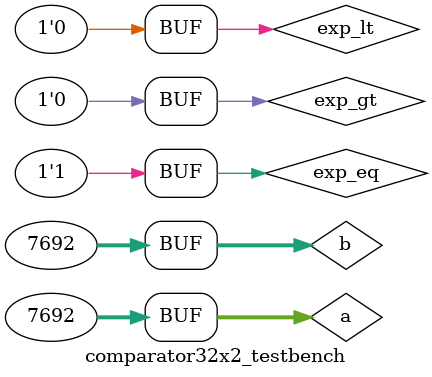
<source format=v>
`define DELAY 20
module comparator32x2_testbench();
   reg [31:0] a;
   reg [31:0] b;
   reg exp_lt, exp_gt, exp_eq;
   wire lt, eq, gt;
   wire tresult;

   comparator32x2 cmp(lt, eq, gt, a, b);

   wire t0, t1, t2;
   xnor xn0(t0, lt, exp_lt);
   xnor xn1(t1, eq, exp_eq);
   xnor xn2(t2, gt, exp_gt);

   and1x3_1 a0(tresult, t0, t1, t2);

   initial begin
      a = 32'b0000_0000_0000_0000;
      b = 32'b0000_0000_0000_0000;
      exp_lt = 1'b0;
      exp_eq = 1'b1;
      exp_gt = 1'b0;
      #`DELAY;
      a = 32'b0001_1000_0000_0000;
      b = 32'b0000_0110_0000_0000;
      exp_lt = 1'b0;
      exp_eq = 1'b0;
      exp_gt = 1'b1;
      #`DELAY;
      a = 32'b0001_1000_0000_0000;
      b = 32'b0100_0110_0000_0000;
      exp_lt = 1'b1;
      exp_eq = 1'b0;
      exp_gt = 1'b0;
      #`DELAY;
      a = -32'b1001_1110_0000_1100;
      b = 32'b0100_0110_0000_0000;
      exp_lt = 1'b1;
      exp_eq = 1'b0;
      exp_gt = 1'b0;
      #`DELAY;
      a = 32'b0001_1110_0000_1100;
      b = -32'b1100_0110_0000_0000;
      exp_lt = 1'b0;
      exp_eq = 1'b0;
      exp_gt = 1'b1;
      #`DELAY;
      a = 32'b0001_1110_0000_1100;
      b = 32'b0001_1110_0000_1100;
      exp_lt = 1'b0;
      exp_eq = 1'b1;
      exp_gt = 1'b0;
   end

   initial begin
      $monitor("time = %2d, a =%32b, b=%32b, lt=%1b, eq=%1b, gt=%1b, tresult=%1b", $time, a, b, lt, eq, gt, tresult);
   end

endmodule //comparator32x2_testbench

</source>
